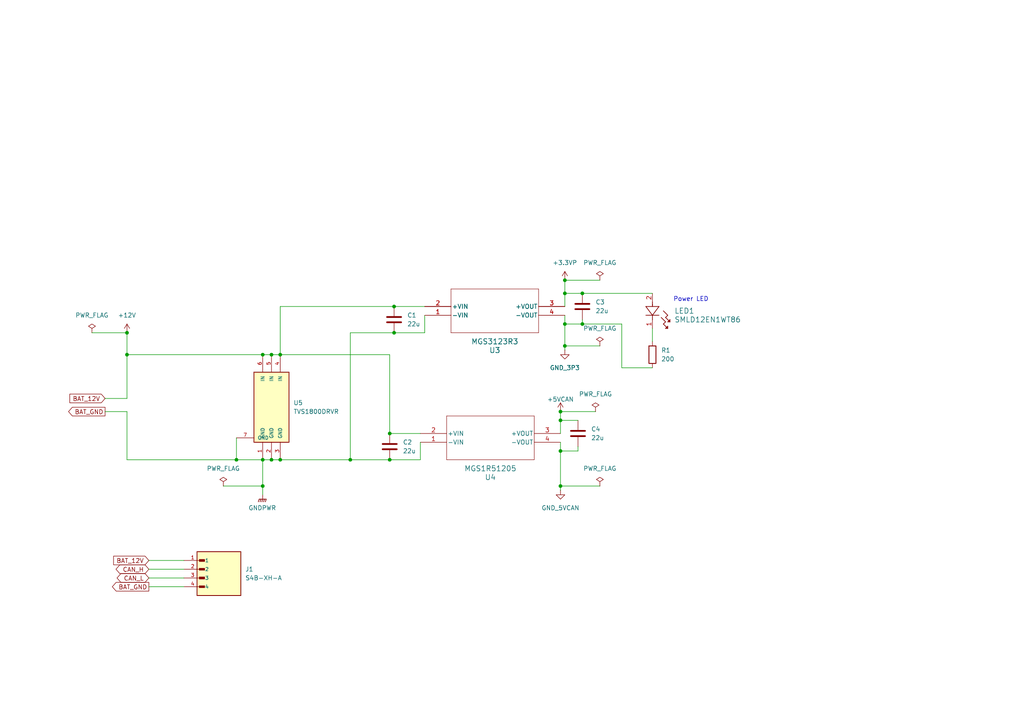
<source format=kicad_sch>
(kicad_sch (version 20250114) (generator "eeschema") (generator_version "9.0")
  (paper "A4")
  (title_block (title "CAN Isolation_Power Board") (date "2025-09-09") (rev "Ver.1.0") (company "ISHI-Kai"))
  (lib_symbols
    (symbol "Device:C" (pin_numbers (hide yes)) (pin_names (offset 0.254))
      (property "Reference" "C" (at 0.635 2.54 0))
      (property "Value" "C" (at 0.635 -2.54 0))
      (symbol "C_0_1"
        (polyline (pts (xy -2.032 0.762) (xy 2.032 0.762)) (stroke (width 0.508)))
        (polyline (pts (xy -2.032 -0.762) (xy 2.032 -0.762)) (stroke (width 0.508)))
      )
      (symbol "C_1_1"
        (pin passive line (at 0 3.81 270) (length 2.794) (name "~") (number "1"))
        (pin passive line (at 0 -3.81 90) (length 2.794) (name "~") (number "2"))
      )
    )
    (symbol "Device:R" (pin_numbers (hide yes)) (pin_names (offset 0))
      (property "Reference" "R" (at 2.032 0 90))
      (property "Value" "R" (at 0 0 90))
      (symbol "R_0_1"
        (rectangle (start -1.016 -2.54) (end 1.016 2.54) (stroke (width 0.254)))
      )
      (symbol "R_1_1"
        (pin passive line (at 0 3.81 270) (length 1.27) (name "~") (number "1"))
        (pin passive line (at 0 -3.81 90) (length 1.27) (name "~") (number "2"))
      )
    )
    (symbol "MGS3_COS:MGS3123R3" (pin_names (offset 0.254))
      (property "Reference" "U" (at 20.32 10.16 0))
      (property "Value" "MGS3123R3" (at 20.32 7.62 0))
      (symbol "MGS3123R3_0_1"
        (polyline (pts (xy 7.62 5.08) (xy 7.62 -7.62)) (stroke (width 0.127)))
        (polyline (pts (xy 7.62 -7.62) (xy 33.02 -7.62)) (stroke (width 0.127)))
        (polyline (pts (xy 33.02 5.08) (xy 7.62 5.08)) (stroke (width 0.127)))
        (polyline (pts (xy 33.02 -7.62) (xy 33.02 5.08)) (stroke (width 0.127)))
        (pin power_in line (at 0 0 0) (length 7.62) (name "-VIN") (number "1"))
        (pin power_in line (at 0 -2.54 0) (length 7.62) (name "+VIN") (number "2"))
        (pin output line (at 40.64 0 180) (length 7.62) (name "-VOUT") (number "4"))
        (pin output line (at 40.64 -2.54 180) (length 7.62) (name "+VOUT") (number "3"))
      )
    )
    (symbol "S4B-XH-A:S4B-XH-A" (pin_names (offset 1.016))
      (property "Reference" "J" (at -6.85 7.62 0))
      (property "Value" "S4B-XH-A" (at -6.35 -7.62 0))
      (symbol "S4B-XH-A_0_0"
        (rectangle (start -6.35 -5.08) (end 6.35 7.62) (stroke (width 0.254)) (fill (type background)))
        (rectangle (start -5.715 4.7625) (end -4.1275 5.3975) (stroke (width 0.1)) (fill (type outline)))
        (rectangle (start -5.715 2.2225) (end -4.1275 2.8575) (stroke (width 0.1)) (fill (type outline)))
        (rectangle (start -5.715 -0.3175) (end -4.1275 0.3175) (stroke (width 0.1)) (fill (type outline)))
        (rectangle (start -5.715 -2.8575) (end -4.1275 -2.2225) (stroke (width 0.1)) (fill (type outline)))
        (pin passive line (at -10.16 5.08 0) (length 5.08) (name "1") (number "1"))
        (pin passive line (at -10.16 2.54 0) (length 5.08) (name "2") (number "2"))
        (pin passive line (at -10.16 0 0) (length 5.08) (name "3") (number "3"))
        (pin passive line (at -10.16 -2.54 0) (length 5.08) (name "4") (number "4"))
      )
    )
    (symbol "SMLD12EN1WT86:SMLD12EN1WT86" (pin_names (offset 0.254))
      (property "Reference" "R" (at 5.08 -4.445 0))
      (property "Value" "SMLD12EN1WT86" (at 5.08 -7.62 0))
      (symbol "SMLD12EN1WT86_1_1"
        (polyline (pts (xy 2.54 0) (xy 3.4798 0)) (stroke (width 0.2032)))
        (polyline (pts (xy 3.175 0) (xy 3.81 0)) (stroke (width 0.2032)))
        (polyline (pts (xy 3.81 1.905) (xy 3.81 -1.905)) (stroke (width 0.2032)))
        (polyline (pts (xy 3.81 -1.905) (xy 6.35 0)) (stroke (width 0.2032)))
        (polyline (pts (xy 5.08 3.175) (xy 6.35 4.445)) (stroke (width 0.2032)))
        (polyline (pts (xy 6.35 4.445) (xy 6.985 3.81)) (stroke (width 0.2032)))
        (polyline (pts (xy 6.35 0) (xy 3.81 1.905)) (stroke (width 0.2032)))
        (polyline (pts (xy 6.35 0) (xy 7.62 0)) (stroke (width 0.2032)))
        (polyline (pts (xy 6.35 -1.905) (xy 6.35 1.905)) (stroke (width 0.2032)))
        (polyline (pts (xy 6.985 3.81) (xy 8.255 5.08)) (stroke (width 0.2032)))
        (polyline (pts (xy 6.985 2.54) (xy 8.255 3.81)) (stroke (width 0.2032)))
        (polyline (pts (xy 7.62 5.08) (xy 8.255 4.445)) (stroke (width 0.2032)))
        (polyline (pts (xy 8.255 5.08) (xy 7.62 5.08)) (stroke (width 0.2032)))
        (polyline (pts (xy 8.255 4.445) (xy 8.255 5.08)) (stroke (width 0.2032)))
        (polyline (pts (xy 8.255 3.81) (xy 8.89 3.175)) (stroke (width 0.2032)))
        (polyline (pts (xy 8.89 3.175) (xy 10.16 4.445)) (stroke (width 0.2032)))
        (polyline (pts (xy 9.525 4.445) (xy 10.16 3.81)) (stroke (width 0.2032)))
        (polyline (pts (xy 10.16 4.445) (xy 9.525 4.445)) (stroke (width 0.2032)))
        (polyline (pts (xy 10.16 3.81) (xy 10.16 4.445)) (stroke (width 0.2032)))
        (pin unspecified line (at 0 0 0) (length 2.54) (name "") (number "2"))
        (pin unspecified line (at 10.16 0 180) (length 2.54) (name "") (number "1"))
      )
      (symbol "SMLD12EN1WT86_1_2"
        (polyline (pts (xy -5.08 8.255) (xy -5.08 7.62)) (stroke (width 0.2032)))
        (polyline (pts (xy -5.08 7.62) (xy -4.445 8.255)) (stroke (width 0.2032)))
        (polyline (pts (xy -4.445 10.16) (xy -4.445 9.525)) (stroke (width 0.2032)))
        (polyline (pts (xy -4.445 9.525) (xy -3.81 10.16)) (stroke (width 0.2032)))
        (polyline (pts (xy -4.445 8.255) (xy -5.08 8.255)) (stroke (width 0.2032)))
        (polyline (pts (xy -4.445 6.35) (xy -3.81 6.985)) (stroke (width 0.2032)))
        (polyline (pts (xy -3.81 10.16) (xy -4.445 10.16)) (stroke (width 0.2032)))
        (polyline (pts (xy -3.81 8.255) (xy -3.175 8.89)) (stroke (width 0.2032)))
        (polyline (pts (xy -3.81 6.985) (xy -5.08 8.255)) (stroke (width 0.2032)))
        (polyline (pts (xy -3.175 8.89) (xy -4.445 10.16)) (stroke (width 0.2032)))
        (polyline (pts (xy -3.175 5.08) (xy -4.445 6.35)) (stroke (width 0.2032)))
        (polyline (pts (xy -2.54 6.985) (xy -3.81 8.255)) (stroke (width 0.2032)))
        (polyline (pts (xy -1.905 3.81) (xy 1.905 3.81)) (stroke (width 0.2032)))
        (polyline (pts (xy 0 6.35) (xy -1.905 3.81)) (stroke (width 0.2032)))
        (polyline (pts (xy 0 6.35) (xy 0 7.62)) (stroke (width 0.2032)))
        (polyline (pts (xy 0 3.175) (xy 0 3.81)) (stroke (width 0.2032)))
        (polyline (pts (xy 0 2.54) (xy 0 3.4798)) (stroke (width 0.2032)))
        (polyline (pts (xy 1.905 6.35) (xy -1.905 6.35)) (stroke (width 0.2032)))
        (polyline (pts (xy 1.905 3.81) (xy 0 6.35)) (stroke (width 0.2032)))
        (pin unspecified line (at 0 10.16 270) (length 2.54) (name "") (number "1"))
        (pin unspecified line (at 0 0 90) (length 2.54) (name "") (number "2"))
      )
    )
    (symbol "TVS3300DRVR:TVS3300DRVR" (pin_names (offset 1.016))
      (property "Reference" "U5" (at -1.2701 6.35 90))
      (property "Value" "TVS3300DRVR" (at 1.2699 6.35 90))
      (symbol "TVS3300DRVR_0_0"
        (rectangle (start -10.16 -5.08) (end 10.16 5.08) (stroke (width 0.254)) (fill (type background)))
        (pin input line (at -15.24 2.54 0) (length 5.08) (name "IN") (number "4"))
        (pin power_in line (at 15.24 -2.54 180) (length 5.08) (name "GND") (number "1"))
      )
      (symbol "TVS3300DRVR_1_0"
        (pin input line (at -15.24 0 0) (length 5.08) (name "IN") (number "5"))
        (pin input line (at -15.24 -2.54 0) (length 5.08) (name "IN") (number "6"))
        (pin power_in line (at 8.89 -10.16 90) (length 5.08) (name "GND") (number "7"))
        (pin power_in line (at 15.24 2.54 180) (length 5.08) (name "GND") (number "3"))
        (pin power_in line (at 15.24 0 180) (length 5.08) (name "GND") (number "2"))
      )
    )
    (symbol "power:+12V" (power) (pin_numbers (hide yes)) (pin_names (offset 0) (hide yes))
      (property "Value" "+12V" (at 0 3.556 0))
      (symbol "+12V_0_1"
        (polyline (pts (xy -0.762 1.27) (xy 0 2.54)))
        (polyline (pts (xy 0 2.54) (xy 0.762 1.27)))
        (polyline (pts (xy 0 0) (xy 0 2.54)))
      )
      (symbol "+12V_1_1"
        (pin power_in line (at 0 0 90) (length 0) (name "~") (number "1"))
      )
    )
    (symbol "power:+3.3VP" (power) (pin_numbers (hide yes)) (pin_names (offset 0) (hide yes))
      (property "Value" "+3.3VP" (at 0 3.556 0))
      (symbol "+3.3VP_0_0"
        (pin power_in line (at 0 0 90) (length 0) (name "~") (number "1"))
      )
      (symbol "+3.3VP_0_1"
        (polyline (pts (xy -0.762 1.27) (xy 0 2.54)))
        (polyline (pts (xy 0 2.54) (xy 0.762 1.27)))
        (polyline (pts (xy 0 0) (xy 0 2.54)))
      )
    )
    (symbol "power:+5C" (power) (pin_numbers (hide yes)) (pin_names (offset 0) (hide yes))
      (property "Value" "+5C" (at 0 3.556 0))
      (symbol "+5C_0_1"
        (polyline (pts (xy -0.762 1.27) (xy 0 2.54)))
        (polyline (pts (xy 0 2.54) (xy 0.762 1.27)))
        (polyline (pts (xy 0 0) (xy 0 2.54)))
      )
      (symbol "+5C_1_1"
        (pin power_in line (at 0 0 90) (length 0) (name "~") (number "1"))
      )
    )
    (symbol "power:GND1" (power) (pin_numbers (hide yes)) (pin_names (offset 0) (hide yes))
      (property "Value" "GND1" (at 0 -3.81 0))
      (symbol "GND1_0_1"
        (polyline (pts (xy 0 0) (xy 0 -1.27) (xy 1.27 -1.27) (xy 0 -2.54) (xy -1.27 -1.27) (xy 0 -1.27)))
      )
      (symbol "GND1_1_1"
        (pin power_in line (at 0 0 270) (length 0) (name "~") (number "1"))
      )
    )
    (symbol "power:GND2" (power) (pin_numbers (hide yes)) (pin_names (offset 0) (hide yes))
      (property "Value" "GND2" (at 0 -3.81 0))
      (symbol "GND2_0_1"
        (polyline (pts (xy 0 0) (xy 0 -1.27) (xy 1.27 -1.27) (xy 0 -2.54) (xy -1.27 -1.27) (xy 0 -1.27)))
      )
      (symbol "GND2_1_1"
        (pin power_in line (at 0 0 270) (length 0) (name "~") (number "1"))
      )
    )
    (symbol "power:GNDPWR" (power) (pin_numbers (hide yes)) (pin_names (offset 0) (hide yes))
      (property "Value" "GNDPWR" (at 0 -3.302 0))
      (symbol "GNDPWR_0_1"
        (polyline (pts (xy -1.016 -1.27) (xy -1.27 -2.032) (xy -1.27 -2.032)) (stroke (width 0.2032)))
        (polyline (pts (xy -0.508 -1.27) (xy -0.762 -2.032) (xy -0.762 -2.032)) (stroke (width 0.2032)))
        (polyline (pts (xy 0 -1.27) (xy 0 0)))
        (polyline (pts (xy 0 -1.27) (xy -0.254 -2.032) (xy -0.254 -2.032)) (stroke (width 0.2032)))
        (polyline (pts (xy 0.508 -1.27) (xy 0.254 -2.032) (xy 0.254 -2.032)) (stroke (width 0.2032)))
        (polyline (pts (xy 1.016 -1.27) (xy -1.016 -1.27) (xy -1.016 -1.27)) (stroke (width 0.2032)))
        (polyline (pts (xy 1.016 -1.27) (xy 0.762 -2.032) (xy 0.762 -2.032) (xy 0.762 -2.032)) (stroke (width 0.2032)))
      )
      (symbol "GNDPWR_1_1"
        (pin power_in line (at 0 0 270) (length 0) (name "~") (number "1"))
      )
    )
    (symbol "power:PWR_FLAG" (power) (pin_numbers (hide yes)) (pin_names (offset 0) (hide yes))
      (property "Value" "PWR_FLAG" (at 0 3.81 0))
      (symbol "PWR_FLAG_0_0"
        (pin power_out line (at 0 0 90) (length 0) (name "~") (number "1"))
      )
      (symbol "PWR_FLAG_0_1"
        (polyline (pts (xy 0 0) (xy 0 1.27) (xy -1.016 1.905) (xy 0 2.54) (xy 1.016 1.905) (xy 0 1.27)))
      )
    )
  )
  (text "Power LED" (at 200.406 86.868 0) (effects (font (size 1.27 1.27))))
  (junction (at 101.6 133.35))
  (junction (at 168.91 93.98))
  (junction (at 162.56 121.92))
  (junction (at 81.28 133.35))
  (junction (at 162.56 119.38))
  (junction (at 163.83 81.28))
  (junction (at 168.91 85.09))
  (junction (at 68.58 133.35))
  (junction (at 163.83 85.09))
  (junction (at 114.3 88.9))
  (junction (at 114.3 96.52))
  (junction (at 36.83 102.87))
  (junction (at 113.03 133.35))
  (junction (at 76.2 102.87))
  (junction (at 163.83 93.98))
  (junction (at 78.74 133.35))
  (junction (at 76.2 133.35))
  (junction (at 162.56 140.97))
  (junction (at 81.28 102.87))
  (junction (at 78.74 102.87))
  (junction (at 162.56 130.81))
  (junction (at 163.83 100.33))
  (junction (at 36.83 96.52))
  (junction (at 113.03 125.73))
  (junction (at 76.2 140.97))
  (wire (pts (xy 123.19 96.52) (xy 114.3 96.52)))
  (wire (pts (xy 162.56 128.27) (xy 162.56 130.81)))
  (wire (pts (xy 76.2 102.87) (xy 78.74 102.87)))
  (wire (pts (xy 113.03 125.73) (xy 121.92 125.73)))
  (wire (pts (xy 163.83 100.33) (xy 173.99 100.33)))
  (wire (pts (xy 168.91 85.09) (xy 189.23 85.09)))
  (wire (pts (xy 81.28 88.9) (xy 81.28 102.87)))
  (wire (pts (xy 168.91 92.71) (xy 168.91 93.98)))
  (wire (pts (xy 101.6 96.52) (xy 101.6 133.35)))
  (wire (pts (xy 30.48 115.57) (xy 36.83 115.57)))
  (wire (pts (xy 114.3 88.9) (xy 123.19 88.9)))
  (wire (pts (xy 78.74 133.35) (xy 81.28 133.35)))
  (wire (pts (xy 43.18 167.64) (xy 53.34 167.64)))
  (wire (pts (xy 162.56 140.97) (xy 173.99 140.97)))
  (wire (pts (xy 36.83 115.57) (xy 36.83 102.87)))
  (wire (pts (xy 36.83 102.87) (xy 76.2 102.87)))
  (wire (pts (xy 68.58 133.35) (xy 76.2 133.35)))
  (wire (pts (xy 114.3 88.9) (xy 81.28 88.9)))
  (wire (pts (xy 101.6 133.35) (xy 113.03 133.35)))
  (wire (pts (xy 36.83 96.52) (xy 36.83 102.87)))
  (wire (pts (xy 163.83 91.44) (xy 163.83 93.98)))
  (wire (pts (xy 163.83 93.98) (xy 163.83 100.33)))
  (wire (pts (xy 121.92 128.27) (xy 121.92 133.35)))
  (wire (pts (xy 81.28 133.35) (xy 101.6 133.35)))
  (wire (pts (xy 162.56 130.81) (xy 167.64 130.81)))
  (wire (pts (xy 76.2 133.35) (xy 78.74 133.35)))
  (wire (pts (xy 180.34 93.98) (xy 168.91 93.98)))
  (wire (pts (xy 121.92 133.35) (xy 113.03 133.35)))
  (wire (pts (xy 162.56 125.73) (xy 162.56 121.92)))
  (wire (pts (xy 64.77 140.97) (xy 76.2 140.97)))
  (wire (pts (xy 162.56 130.81) (xy 162.56 140.97)))
  (wire (pts (xy 113.03 102.87) (xy 113.03 125.73)))
  (wire (pts (xy 43.18 170.18) (xy 53.34 170.18)))
  (wire (pts (xy 76.2 140.97) (xy 76.2 143.51)))
  (wire (pts (xy 76.2 133.35) (xy 76.2 140.97)))
  (wire (pts (xy 43.18 162.56) (xy 53.34 162.56)))
  (wire (pts (xy 163.83 101.6) (xy 163.83 100.33)))
  (wire (pts (xy 78.74 102.87) (xy 81.28 102.87)))
  (wire (pts (xy 113.03 102.87) (xy 81.28 102.87)))
  (wire (pts (xy 180.34 106.68) (xy 180.34 93.98)))
  (wire (pts (xy 123.19 91.44) (xy 123.19 96.52)))
  (wire (pts (xy 162.56 121.92) (xy 167.64 121.92)))
  (wire (pts (xy 162.56 119.38) (xy 162.56 121.92)))
  (wire (pts (xy 189.23 106.68) (xy 180.34 106.68)))
  (wire (pts (xy 189.23 95.25) (xy 189.23 99.06)))
  (wire (pts (xy 163.83 93.98) (xy 168.91 93.98)))
  (wire (pts (xy 163.83 81.28) (xy 163.83 85.09)))
  (wire (pts (xy 36.83 119.38) (xy 36.83 133.35)))
  (wire (pts (xy 101.6 96.52) (xy 114.3 96.52)))
  (wire (pts (xy 36.83 133.35) (xy 68.58 133.35)))
  (wire (pts (xy 163.83 85.09) (xy 168.91 85.09)))
  (wire (pts (xy 162.56 140.97) (xy 162.56 142.24)))
  (wire (pts (xy 43.18 165.1) (xy 53.34 165.1)))
  (wire (pts (xy 68.58 127) (xy 68.58 133.35)))
  (wire (pts (xy 167.64 129.54) (xy 167.64 130.81)))
  (wire (pts (xy 163.83 88.9) (xy 163.83 85.09)))
  (wire (pts (xy 26.67 96.52) (xy 36.83 96.52)))
  (wire (pts (xy 163.83 81.28) (xy 173.99 81.28)))
  (wire (pts (xy 162.56 119.38) (xy 172.72 119.38)))
  (wire (pts (xy 30.48 119.38) (xy 36.83 119.38)))
  (global_label "CAN_H" (shape bidirectional) (at 43.18 165.1 180) (property "Intersheetrefs" "${INTERSHEET_REFS}" (effects (hide yes))))
  (global_label "BAT_GND" (shape output) (at 43.18 170.18 180) (property "Intersheetrefs" "${INTERSHEET_REFS}" (effects (hide yes))))
  (global_label "CAN_L" (shape bidirectional) (at 43.18 167.64 180) (property "Intersheetrefs" "${INTERSHEET_REFS}" (effects (hide yes))))
  (global_label "BAT_12V" (shape input) (at 30.48 115.57 180) (property "Intersheetrefs" "${INTERSHEET_REFS}" (effects (hide yes))))
  (global_label "BAT_12V" (shape input) (at 43.18 162.56 180) (property "Intersheetrefs" "${INTERSHEET_REFS}" (effects (hide yes))))
  (global_label "BAT_GND" (shape output) (at 30.48 119.38 180) (property "Intersheetrefs" "${INTERSHEET_REFS}" (effects (hide yes))))
  (symbol (lib_id "power:PWR_FLAG") (at 172.72 119.38 0) (unit 1)
    (property "Reference" "#FLG03" (effects (hide yes)))
    (property "Value" "PWR_FLAG" (at 172.72 114.3 0))
    (property "Description" "Special symbol for telling ERC where power comes from" (effects (hide yes)))
  )
  (symbol (lib_id "power:GND2") (at 162.56 142.24 0) (unit 1)
    (property "Reference" "#PWR09" (effects (hide yes)))
    (property "Value" "GND_5VCAN" (at 162.56 147.32 0))
    (property "Description" "Power symbol creates a global label with name \"GND2\" , ground" (effects (hide yes)))
  )
  (symbol (lib_id "power:PWR_FLAG") (at 64.77 140.97 0) (unit 1)
    (property "Reference" "#FLG05" (effects (hide yes)))
    (property "Value" "PWR_FLAG" (at 64.77 135.89 0))
    (property "Description" "Special symbol for telling ERC where power comes from" (effects (hide yes)))
  )
  (symbol (lib_id "power:+3.3VP") (at 163.83 81.28 0) (unit 1)
    (property "Reference" "#PWR05" (effects (hide yes)))
    (property "Value" "+3.3VP" (at 163.83 76.2 0))
    (property "Description" "Power symbol creates a global label with name \"+3.3VP\"" (effects (hide yes)))
  )
  (symbol (lib_id "SMLD12EN1WT86:SMLD12EN1WT86") (at 189.23 85.09 270) (unit 1)
    (property "Reference" "LED1" (at 195.58 90.1699 90) (effects (font (size 1.524 1.524)) (justify left)))
    (property "Value" "SMLD12EN1WT86" (at 195.58 92.7099 90) (effects (font (size 1.524 1.524)) (justify left)))
    (property "Footprint" "CAN_Isolation:SMLD12EN1WT86" (effects (hide yes)))
    (property "Datasheet" "SMLD12EN1WT86" (effects (hide yes)))
  )
  (symbol (lib_id "MGS3_COS:MGS3123R3") (at 123.19 91.44 0) (mirror x) (unit 1)
    (property "Reference" "U3" (at 143.51 101.6 0) (effects (font (size 1.524 1.524))))
    (property "Value" "MGS3123R3" (at 143.51 99.06 0) (effects (font (size 1.524 1.524))))
    (property "Footprint" "CAN_Isolation:MGS3_COS" (effects (hide yes)))
    (property "Datasheet" "MGS3123R3" (effects (hide yes)))
  )
  (symbol (lib_id "Device:C") (at 168.91 88.9 0) (unit 1)
    (property "Reference" "C3" (at 172.72 87.6299 0) (effects (justify left)))
    (property "Value" "22u" (at 172.72 90.1699 0) (effects (justify left)))
    (property "Footprint" "Capacitor_SMD:C_1210_3225Metric" (effects (hide yes)))
    (property "Description" "Unpolarized capacitor" (effects (hide yes)))
  )
  (symbol (lib_id "TVS3300DRVR:TVS3300DRVR") (at 78.74 118.11 270) (unit 1)
    (property "Reference" "U5" (at 85.09 116.8399 90) (effects (justify left)))
    (property "Value" "TVS1800DRVR" (at 85.09 119.3799 90) (effects (justify left)))
    (property "Footprint" "CAN_Isolation:SON65P200X200X80-7N" (effects (hide yes)))
    (property "PARTREV" "C" (effects (hide yes)))
    (property "MANUFACTURER" "Texas Instruments" (effects (hide yes)))
    (property "MAXIMUM_PACKAGE_HEIGHT" "0.8 mm" (effects (hide yes)))
    (property "STANDARD" "IPC 7351B" (effects (hide yes)))
  )
  (symbol (lib_id "power:GNDPWR") (at 76.2 143.51 0) (unit 1)
    (property "Reference" "#PWR07" (effects (hide yes)))
    (property "Value" "GNDPWR" (at 76.073 147.32 0))
    (property "Description" "Power symbol creates a global label with name \"GNDPWR\" , global ground" (effects (hide yes)))
  )
  (symbol (lib_id "power:+12V") (at 36.83 96.52 0) (unit 1)
    (property "Reference" "#PWR01" (effects (hide yes)))
    (property "Value" "+12V" (at 36.83 91.44 0))
    (property "Description" "Power symbol creates a global label with name \"+12V\"" (effects (hide yes)))
  )
  (symbol (lib_id "Device:C") (at 114.3 92.71 0) (unit 1)
    (property "Reference" "C1" (at 118.11 91.4399 0) (effects (justify left)))
    (property "Value" "22u" (at 118.11 93.9799 0) (effects (justify left)))
    (property "Footprint" "Capacitor_SMD:C_1210_3225Metric" (effects (hide yes)))
    (property "Description" "Unpolarized capacitor" (effects (hide yes)))
  )
  (symbol (lib_id "Device:R") (at 189.23 102.87 0) (unit 1)
    (property "Reference" "R1" (at 191.77 101.5999 0) (effects (justify left)))
    (property "Value" "200" (at 191.77 104.1399 0) (effects (justify left)))
    (property "Footprint" "Resistor_SMD:R_0603_1608Metric" (effects (hide yes)))
    (property "Description" "Resistor" (effects (hide yes)))
  )
  (symbol (lib_id "power:+5C") (at 162.56 119.38 0) (unit 1)
    (property "Reference" "#PWR03" (effects (hide yes)))
    (property "Value" "+5VCAN" (at 162.56 115.824 0))
    (property "Description" "Power symbol creates a global label with name \"+5C\"" (effects (hide yes)))
  )
  (symbol (lib_id "power:PWR_FLAG") (at 173.99 100.33 0) (unit 1)
    (property "Reference" "#FLG07" (effects (hide yes)))
    (property "Value" "PWR_FLAG" (at 173.99 95.25 0))
    (property "Description" "Special symbol for telling ERC where power comes from" (effects (hide yes)))
  )
  (symbol (lib_id "S4B-XH-A:S4B-XH-A") (at 63.5 167.64 0) (unit 1)
    (property "Reference" "J1" (at 71.12 165.0999 0) (effects (justify left)))
    (property "Value" "S4B-XH-A" (at 71.12 167.6399 0) (effects (justify left)))
    (property "Footprint" "CAN_Isolation:JST_S4B-XH-A" (effects (hide yes)))
    (property "MANUFACTURER" "JST" (effects (hide yes)))
  )
  (symbol (lib_id "power:PWR_FLAG") (at 173.99 140.97 0) (unit 1)
    (property "Reference" "#FLG06" (effects (hide yes)))
    (property "Value" "PWR_FLAG" (at 173.99 135.89 0))
    (property "Description" "Special symbol for telling ERC where power comes from" (effects (hide yes)))
  )
  (symbol (lib_id "power:PWR_FLAG") (at 26.67 96.52 0) (unit 1)
    (property "Reference" "#FLG04" (effects (hide yes)))
    (property "Value" "PWR_FLAG" (at 26.67 91.44 0))
    (property "Description" "Special symbol for telling ERC where power comes from" (effects (hide yes)))
  )
  (symbol (lib_id "MGS3_COS:MGS3123R3") (at 121.92 128.27 0) (mirror x) (unit 1)
    (property "Reference" "U4" (at 142.24 138.43 0) (effects (font (size 1.524 1.524))))
    (property "Value" "MGS1R51205" (at 142.24 135.89 0) (effects (font (size 1.524 1.524))))
    (property "Footprint" "CAN_Isolation:MGS3_COS" (effects (hide yes)))
    (property "Datasheet" "MGS3123R3" (effects (hide yes)))
  )
  (symbol (lib_id "power:PWR_FLAG") (at 173.99 81.28 0) (unit 1)
    (property "Reference" "#FLG02" (effects (hide yes)))
    (property "Value" "PWR_FLAG" (at 173.99 76.2 0))
    (property "Description" "Special symbol for telling ERC where power comes from" (effects (hide yes)))
  )
  (symbol (lib_id "Device:C") (at 113.03 129.54 0) (unit 1)
    (property "Reference" "C2" (at 116.84 128.2699 0) (effects (justify left)))
    (property "Value" "22u" (at 116.84 130.8099 0) (effects (justify left)))
    (property "Footprint" "Capacitor_SMD:C_1210_3225Metric" (effects (hide yes)))
    (property "Description" "Unpolarized capacitor" (effects (hide yes)))
  )
  (symbol (lib_id "Device:C") (at 167.64 125.73 0) (unit 1)
    (property "Reference" "C4" (at 171.45 124.4599 0) (effects (justify left)))
    (property "Value" "22u" (at 171.45 126.9999 0) (effects (justify left)))
    (property "Footprint" "Capacitor_SMD:C_1210_3225Metric" (effects (hide yes)))
    (property "Description" "Unpolarized capacitor" (effects (hide yes)))
  )
  (symbol (lib_id "power:GND1") (at 163.83 101.6 0) (unit 1)
    (property "Reference" "#PWR08" (effects (hide yes)))
    (property "Value" "GND_3P3" (at 163.83 106.68 0))
    (property "Description" "Power symbol creates a global label with name \"GND1\" , ground" (effects (hide yes)))
  )
)
</source>
